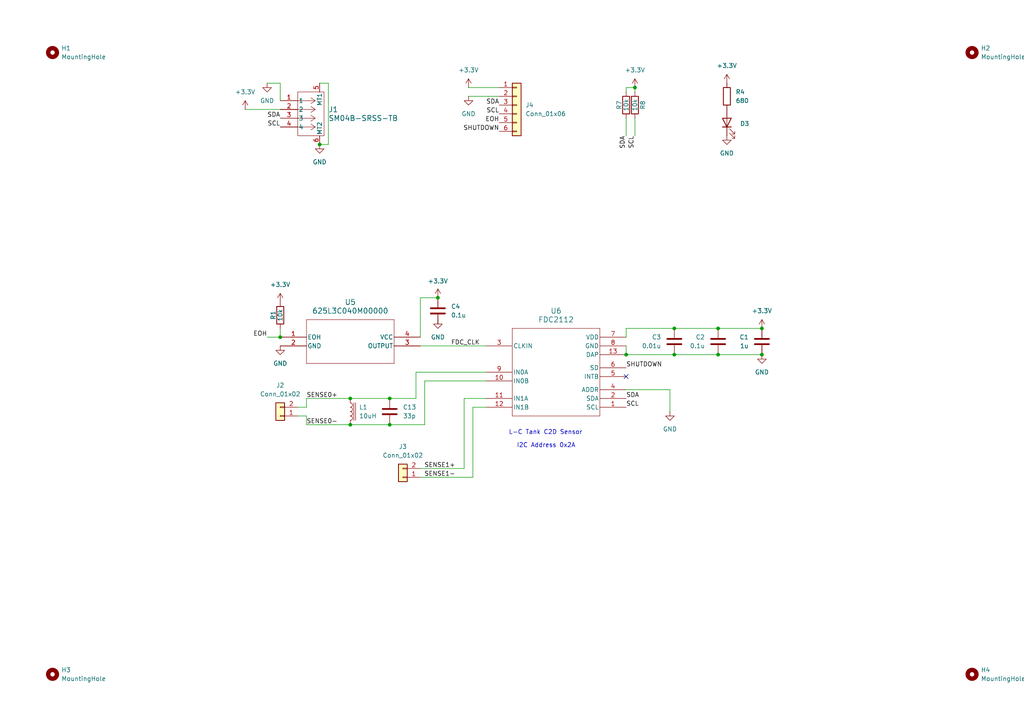
<source format=kicad_sch>
(kicad_sch (version 20250114) (generator "eeschema") (generator_version "9.0")
  (paper "A4")
  (title_block (title "Breakout for FDC2112 Capacitance-to-Digital Converter") (date "2025-09-10"))
  (lib_symbols
    (symbol "625L3C040M00000:625L3C040M00000" (pin_names (offset 0.254))
      (property "Reference" "U5" (at 20.32 10.16 0))
      (property "Value" "625L3C040M00000" (at 20.32 7.62 0))
      (symbol "625L3C040M00000_0_1"
        (polyline (pts (xy 7.62 5.08) (xy 7.62 -7.62)) (stroke (width 0.127)))
        (polyline (pts (xy 7.62 -7.62) (xy 33.02 -7.62)) (stroke (width 0.127)))
        (polyline (pts (xy 33.02 5.08) (xy 7.62 5.08)) (stroke (width 0.127)))
        (polyline (pts (xy 33.02 -7.62) (xy 33.02 5.08)) (stroke (width 0.127)))
        (pin input line (at 0 0 0) (length 7.62) (name "EOH") (number "1"))
        (pin power_out line (at 0 -2.54 0) (length 7.62) (name "GND") (number "2"))
        (pin power_in line (at 40.64 0 180) (length 7.62) (name "VCC") (number "4"))
        (pin output line (at 40.64 -2.54 180) (length 7.62) (name "OUTPUT") (number "3"))
      )
    )
    (symbol "Connector_Generic:Conn_01x02" (pin_names (offset 1.016) (hide yes))
      (property "Reference" "J" (at 0 2.54 0))
      (property "Value" "Conn_01x02" (at 0 -5.08 0))
      (symbol "Conn_01x02_1_1"
        (rectangle (start -1.27 1.27) (end 1.27 -3.81) (stroke (width 0.254)) (fill (type background)))
        (rectangle (start -1.27 0.127) (end 0 -0.127) (stroke (width 0.1524)))
        (rectangle (start -1.27 -2.413) (end 0 -2.667) (stroke (width 0.1524)))
        (pin passive line (at -5.08 0 0) (length 3.81) (name "Pin_1") (number "1"))
        (pin passive line (at -5.08 -2.54 0) (length 3.81) (name "Pin_2") (number "2"))
      )
    )
    (symbol "Connector_Generic:Conn_01x06" (pin_names (offset 1.016) (hide yes))
      (property "Reference" "J" (at 0 7.62 0))
      (property "Value" "Conn_01x06" (at 0 -10.16 0))
      (symbol "Conn_01x06_1_1"
        (rectangle (start -1.27 6.35) (end 1.27 -8.89) (stroke (width 0.254)) (fill (type background)))
        (rectangle (start -1.27 5.207) (end 0 4.953) (stroke (width 0.1524)))
        (rectangle (start -1.27 2.667) (end 0 2.413) (stroke (width 0.1524)))
        (rectangle (start -1.27 0.127) (end 0 -0.127) (stroke (width 0.1524)))
        (rectangle (start -1.27 -2.413) (end 0 -2.667) (stroke (width 0.1524)))
        (rectangle (start -1.27 -4.953) (end 0 -5.207) (stroke (width 0.1524)))
        (rectangle (start -1.27 -7.493) (end 0 -7.747) (stroke (width 0.1524)))
        (pin passive line (at -5.08 5.08 0) (length 3.81) (name "Pin_1") (number "1"))
        (pin passive line (at -5.08 2.54 0) (length 3.81) (name "Pin_2") (number "2"))
        (pin passive line (at -5.08 0 0) (length 3.81) (name "Pin_3") (number "3"))
        (pin passive line (at -5.08 -2.54 0) (length 3.81) (name "Pin_4") (number "4"))
        (pin passive line (at -5.08 -5.08 0) (length 3.81) (name "Pin_5") (number "5"))
        (pin passive line (at -5.08 -7.62 0) (length 3.81) (name "Pin_6") (number "6"))
      )
    )
    (symbol "Device:C" (pin_numbers (hide yes)) (pin_names (offset 0.254))
      (property "Reference" "C" (at 0.635 2.54 0))
      (property "Value" "C" (at 0.635 -2.54 0))
      (symbol "C_0_1"
        (polyline (pts (xy -2.032 0.762) (xy 2.032 0.762)) (stroke (width 0.508)))
        (polyline (pts (xy -2.032 -0.762) (xy 2.032 -0.762)) (stroke (width 0.508)))
      )
      (symbol "C_1_1"
        (pin passive line (at 0 3.81 270) (length 2.794) (name "~") (number "1"))
        (pin passive line (at 0 -3.81 90) (length 2.794) (name "~") (number "2"))
      )
    )
    (symbol "Device:LED" (pin_numbers (hide yes)) (pin_names (offset 1.016) (hide yes))
      (property "Reference" "D" (at 0 2.54 0))
      (property "Value" "LED" (at 0 -2.54 0))
      (symbol "LED_0_1"
        (polyline (pts (xy -3.048 -0.762) (xy -4.572 -2.286) (xy -3.81 -2.286) (xy -4.572 -2.286) (xy -4.572 -1.524)))
        (polyline (pts (xy -1.778 -0.762) (xy -3.302 -2.286) (xy -2.54 -2.286) (xy -3.302 -2.286) (xy -3.302 -1.524)))
        (polyline (pts (xy -1.27 0) (xy 1.27 0)))
        (polyline (pts (xy -1.27 -1.27) (xy -1.27 1.27)) (stroke (width 0.254)))
        (polyline (pts (xy 1.27 -1.27) (xy 1.27 1.27) (xy -1.27 0) (xy 1.27 -1.27)) (stroke (width 0.254)))
      )
      (symbol "LED_1_1"
        (pin passive line (at -3.81 0 0) (length 2.54) (name "K") (number "1"))
        (pin passive line (at 3.81 0 180) (length 2.54) (name "A") (number "2"))
      )
    )
    (symbol "Device:L_Iron" (pin_numbers (hide yes)) (pin_names (offset 1.016) (hide yes))
      (property "Reference" "L" (at -1.27 0 90))
      (property "Value" "L_Iron" (at 2.794 0 90))
      (symbol "L_Iron_0_1"
        (arc (start 0 2.54) (mid 0.6323 1.905) (end 0 1.27))
        (arc (start 0 1.27) (mid 0.6323 0.635) (end 0 0))
        (arc (start 0 0) (mid 0.6323 -0.635) (end 0 -1.27))
        (arc (start 0 -1.27) (mid 0.6323 -1.905) (end 0 -2.54))
        (polyline (pts (xy 1.016 2.54) (xy 1.016 -2.54)))
        (polyline (pts (xy 1.524 -2.54) (xy 1.524 2.54)))
      )
      (symbol "L_Iron_1_1"
        (pin passive line (at 0 3.81 270) (length 1.27) (name "1") (number "1"))
        (pin passive line (at 0 -3.81 90) (length 1.27) (name "2") (number "2"))
      )
    )
    (symbol "Device:R" (pin_numbers (hide yes)) (pin_names (offset 0))
      (property "Reference" "R" (at 2.032 0 90))
      (property "Value" "R" (at 0 0 90))
      (symbol "R_0_1"
        (rectangle (start -1.016 -2.54) (end 1.016 2.54) (stroke (width 0.254)))
      )
      (symbol "R_1_1"
        (pin passive line (at 0 3.81 270) (length 1.27) (name "~") (number "1"))
        (pin passive line (at 0 -3.81 90) (length 1.27) (name "~") (number "2"))
      )
    )
    (symbol "FDC2112:FDC2112QDNTRQ1" (pin_names (offset 0.254))
      (property "Reference" "U6" (at 20.32 10.16 0))
      (property "Value" "FDC2112" (at 20.32 7.62 0))
      (symbol "FDC2112QDNTRQ1_0_1"
        (polyline (pts (xy 7.62 5.08) (xy 7.62 -20.32)) (stroke (width 0.127)))
        (polyline (pts (xy 7.62 -20.32) (xy 33.02 -20.32)) (stroke (width 0.127)))
        (polyline (pts (xy 33.02 5.08) (xy 7.62 5.08)) (stroke (width 0.127)))
        (polyline (pts (xy 33.02 -20.32) (xy 33.02 5.08)) (stroke (width 0.127)))
        (pin input line (at 0 0 0) (length 7.62) (name "CLKIN") (number "3"))
        (pin input line (at 0 -7.62 0) (length 7.62) (name "IN0A") (number "9"))
        (pin input line (at 0 -10.16 0) (length 7.62) (name "IN0B") (number "10"))
        (pin input line (at 0 -15.24 0) (length 7.62) (name "IN1A") (number "11"))
        (pin input line (at 0 -17.78 0) (length 7.62) (name "IN1B") (number "12"))
        (pin power_in line (at 40.64 2.54 180) (length 7.62) (name "VDD") (number "7"))
        (pin power_in line (at 40.64 0 180) (length 7.62) (name "GND") (number "8"))
        (pin power_in line (at 40.64 -2.54 180) (length 7.62) (name "DAP") (number "13"))
        (pin input line (at 40.64 -6.35 180) (length 7.62) (name "SD") (number "6"))
        (pin output line (at 40.64 -8.89 180) (length 7.62) (name "INTB") (number "5"))
        (pin input line (at 40.64 -12.7 180) (length 7.62) (name "ADDR") (number "4"))
        (pin bidirectional line (at 40.64 -15.24 180) (length 7.62) (name "SDA") (number "2"))
        (pin input line (at 40.64 -17.78 180) (length 7.62) (name "SCL") (number "1"))
      )
    )
    (symbol "Mechanical:MountingHole" (pin_names (offset 1.016)) (in_bom no)
      (property "Reference" "H" (at 0 5.08 0))
      (property "Value" "MountingHole" (at 0 3.175 0))
      (symbol "MountingHole_0_1"
        (circle (center 0 0) (radius 1.27) (stroke (width 1.27)))
      )
    )
    (symbol "SM04B_SRSS_TB:SM04B-SRSS-TB" (pin_names (offset 0.254))
      (property "Reference" "J1" (at 13.97 -2.5399 0))
      (property "Value" "SM04B-SRSS-TB" (at 13.97 -5.0799 0))
      (symbol "SM04B-SRSS-TB_1_1"
        (polyline (pts (xy 5.08 2.54) (xy 5.08 -10.16)) (stroke (width 0.127)))
        (polyline (pts (xy 5.08 -10.16) (xy 12.7 -10.16)) (stroke (width 0.127)))
        (polyline (pts (xy 10.16 0) (xy 5.08 0)) (stroke (width 0.127)))
        (polyline (pts (xy 10.16 0) (xy 8.89 0.8467)) (stroke (width 0.127)))
        (polyline (pts (xy 10.16 0) (xy 8.89 -0.8467)) (stroke (width 0.127)))
        (polyline (pts (xy 10.16 -2.54) (xy 5.08 -2.54)) (stroke (width 0.127)))
        (polyline (pts (xy 10.16 -2.54) (xy 8.89 -1.6933)) (stroke (width 0.127)))
        (polyline (pts (xy 10.16 -2.54) (xy 8.89 -3.3867)) (stroke (width 0.127)))
        (polyline (pts (xy 10.16 -5.08) (xy 5.08 -5.08)) (stroke (width 0.127)))
        (polyline (pts (xy 10.16 -5.08) (xy 8.89 -4.2333)) (stroke (width 0.127)))
        (polyline (pts (xy 10.16 -5.08) (xy 8.89 -5.9267)) (stroke (width 0.127)))
        (polyline (pts (xy 10.16 -7.62) (xy 5.08 -7.62)) (stroke (width 0.127)))
        (polyline (pts (xy 10.16 -7.62) (xy 8.89 -6.7733)) (stroke (width 0.127)))
        (polyline (pts (xy 10.16 -7.62) (xy 8.89 -8.4667)) (stroke (width 0.127)))
        (polyline (pts (xy 12.7 2.54) (xy 5.08 2.54)) (stroke (width 0.127)))
        (polyline (pts (xy 12.7 -10.16) (xy 12.7 2.54)) (stroke (width 0.127)))
        (pin power_in line (at 0 0 0) (length 5.08) (name "1") (number "1"))
        (pin power_out line (at 0 -2.54 0) (length 5.08) (name "2") (number "2"))
        (pin bidirectional line (at 0 -5.08 0) (length 5.08) (name "3") (number "3"))
        (pin output line (at 0 -7.62 0) (length 5.08) (name "4") (number "4"))
        (pin passive line (at 11.43 5.08 270) (length 2.54) (name "MT1") (number "5"))
        (pin passive line (at 11.43 -12.7 90) (length 2.54) (name "MT2") (number "6"))
      )
      (symbol "SM04B-SRSS-TB_1_2"
        (polyline (pts (xy 5.08 2.54) (xy 5.08 -10.16)) (stroke (width 0.127)))
        (polyline (pts (xy 5.08 -10.16) (xy 12.7 -10.16)) (stroke (width 0.127)))
        (polyline (pts (xy 7.62 0) (xy 5.08 0)) (stroke (width 0.127)))
        (polyline (pts (xy 7.62 0) (xy 8.89 0.8467)) (stroke (width 0.127)))
        (polyline (pts (xy 7.62 0) (xy 8.89 -0.8467)) (stroke (width 0.127)))
        (polyline (pts (xy 7.62 -2.54) (xy 5.08 -2.54)) (stroke (width 0.127)))
        (polyline (pts (xy 7.62 -2.54) (xy 8.89 -1.6933)) (stroke (width 0.127)))
        (polyline (pts (xy 7.62 -2.54) (xy 8.89 -3.3867)) (stroke (width 0.127)))
        (polyline (pts (xy 7.62 -5.08) (xy 5.08 -5.08)) (stroke (width 0.127)))
        (polyline (pts (xy 7.62 -5.08) (xy 8.89 -4.2333)) (stroke (width 0.127)))
        (polyline (pts (xy 7.62 -5.08) (xy 8.89 -5.9267)) (stroke (width 0.127)))
        (polyline (pts (xy 7.62 -7.62) (xy 5.08 -7.62)) (stroke (width 0.127)))
        (polyline (pts (xy 7.62 -7.62) (xy 8.89 -6.7733)) (stroke (width 0.127)))
        (polyline (pts (xy 7.62 -7.62) (xy 8.89 -8.4667)) (stroke (width 0.127)))
        (polyline (pts (xy 12.7 2.54) (xy 5.08 2.54)) (stroke (width 0.127)))
        (polyline (pts (xy 12.7 -10.16) (xy 12.7 2.54)) (stroke (width 0.127)))
        (pin unspecified line (at 0 0 0) (length 5.08) (name "1") (number "1"))
        (pin unspecified line (at 0 -2.54 0) (length 5.08) (name "2") (number "2"))
        (pin unspecified line (at 0 -5.08 0) (length 5.08) (name "3") (number "3"))
        (pin unspecified line (at 0 -7.62 0) (length 5.08) (name "4") (number "4"))
      )
    )
    (symbol "power:+3.3V" (power) (pin_numbers (hide yes)) (pin_names (offset 0) (hide yes))
      (property "Value" "+3.3V" (at 0 3.556 0))
      (symbol "+3.3V_0_1"
        (polyline (pts (xy -0.762 1.27) (xy 0 2.54)))
        (polyline (pts (xy 0 2.54) (xy 0.762 1.27)))
        (polyline (pts (xy 0 0) (xy 0 2.54)))
      )
      (symbol "+3.3V_1_1"
        (pin power_in line (at 0 0 90) (length 0) (name "~") (number "1"))
      )
    )
    (symbol "power:+3V3" (power) (pin_numbers (hide yes)) (pin_names (offset 0) (hide yes))
      (property "Value" "+3V3" (at 0 3.556 0))
      (symbol "+3V3_0_1"
        (polyline (pts (xy -0.762 1.27) (xy 0 2.54)))
        (polyline (pts (xy 0 2.54) (xy 0.762 1.27)))
        (polyline (pts (xy 0 0) (xy 0 2.54)))
      )
      (symbol "+3V3_1_1"
        (pin power_in line (at 0 0 90) (length 0) (name "~") (number "1"))
      )
    )
    (symbol "power:GND" (power) (pin_numbers (hide yes)) (pin_names (offset 0) (hide yes))
      (property "Value" "GND" (at 0 -3.81 0))
      (symbol "GND_0_1"
        (polyline (pts (xy 0 0) (xy 0 -1.27) (xy 1.27 -1.27) (xy 0 -2.54) (xy -1.27 -1.27) (xy 0 -1.27)))
      )
      (symbol "GND_1_1"
        (pin power_in line (at 0 0 270) (length 0) (name "~") (number "1"))
      )
    )
  )
  (text "L-C Tank C2D Sensor" (at 158.242 125.476 0) (effects (font (size 1.27 1.27))))
  (text "I2C Address 0x2A" (at 149.86 128.524 0) (effects (font (size 1.27 1.27)) (justify left top)))
  (junction (at 184.15 25.4))
  (junction (at 113.03 123.19))
  (junction (at 101.6 123.19))
  (junction (at 113.03 115.57))
  (junction (at 127 86.36))
  (junction (at 195.58 95.25))
  (junction (at 220.98 95.25))
  (junction (at 81.28 97.79))
  (junction (at 195.58 102.87))
  (junction (at 208.28 95.25))
  (junction (at 208.28 102.87))
  (junction (at 181.61 102.87))
  (junction (at 220.98 102.87))
  (junction (at 101.6 115.57))
  (junction (at 92.71 41.91))
  (no_connect (at 181.61 109.22))
  (wire (pts (xy 220.98 102.87) (xy 208.28 102.87)))
  (wire (pts (xy 88.9 123.19) (xy 101.6 123.19)))
  (wire (pts (xy 113.03 123.19) (xy 123.19 123.19)))
  (wire (pts (xy 127 92.71) (xy 127 93.98)))
  (wire (pts (xy 86.36 118.11) (xy 88.9 118.11)))
  (wire (pts (xy 88.9 115.57) (xy 101.6 115.57)))
  (wire (pts (xy 184.15 26.67) (xy 184.15 25.4)))
  (wire (pts (xy 220.98 95.25) (xy 208.28 95.25)))
  (wire (pts (xy 134.62 115.57) (xy 140.97 115.57)))
  (wire (pts (xy 88.9 118.11) (xy 88.9 115.57)))
  (wire (pts (xy 181.61 25.4) (xy 184.15 25.4)))
  (wire (pts (xy 137.16 118.11) (xy 140.97 118.11)))
  (wire (pts (xy 140.97 110.49) (xy 123.19 110.49)))
  (wire (pts (xy 101.6 123.19) (xy 113.03 123.19)))
  (wire (pts (xy 181.61 34.29) (xy 181.61 39.37)))
  (wire (pts (xy 71.12 31.75) (xy 81.28 31.75)))
  (wire (pts (xy 86.36 120.65) (xy 88.9 120.65)))
  (wire (pts (xy 121.92 100.33) (xy 140.97 100.33)))
  (wire (pts (xy 137.16 138.43) (xy 137.16 118.11)))
  (wire (pts (xy 121.92 138.43) (xy 137.16 138.43)))
  (wire (pts (xy 181.61 26.67) (xy 181.61 25.4)))
  (wire (pts (xy 81.28 95.25) (xy 81.28 97.79)))
  (wire (pts (xy 144.78 27.94) (xy 135.89 27.94)))
  (wire (pts (xy 121.92 135.89) (xy 134.62 135.89)))
  (wire (pts (xy 134.62 135.89) (xy 134.62 115.57)))
  (wire (pts (xy 121.92 86.36) (xy 121.92 97.79)))
  (wire (pts (xy 181.61 100.33) (xy 181.61 102.87)))
  (wire (pts (xy 184.15 34.29) (xy 184.15 39.37)))
  (wire (pts (xy 95.25 24.13) (xy 95.25 41.91)))
  (wire (pts (xy 95.25 41.91) (xy 92.71 41.91)))
  (wire (pts (xy 81.28 24.13) (xy 81.28 29.21)))
  (wire (pts (xy 181.61 97.79) (xy 181.61 95.25)))
  (wire (pts (xy 181.61 113.03) (xy 194.31 113.03)))
  (wire (pts (xy 77.47 24.13) (xy 81.28 24.13)))
  (wire (pts (xy 120.65 107.95) (xy 140.97 107.95)))
  (wire (pts (xy 123.19 110.49) (xy 123.19 123.19)))
  (wire (pts (xy 92.71 24.13) (xy 95.25 24.13)))
  (wire (pts (xy 181.61 102.87) (xy 195.58 102.87)))
  (wire (pts (xy 113.03 115.57) (xy 120.65 115.57)))
  (wire (pts (xy 208.28 102.87) (xy 195.58 102.87)))
  (wire (pts (xy 101.6 115.57) (xy 113.03 115.57)))
  (wire (pts (xy 195.58 95.25) (xy 181.61 95.25)))
  (wire (pts (xy 88.9 120.65) (xy 88.9 123.19)))
  (wire (pts (xy 127 86.36) (xy 121.92 86.36)))
  (wire (pts (xy 77.47 97.79) (xy 81.28 97.79)))
  (wire (pts (xy 135.89 25.4) (xy 144.78 25.4)))
  (wire (pts (xy 120.65 115.57) (xy 120.65 107.95)))
  (wire (pts (xy 194.31 113.03) (xy 194.31 119.38)))
  (wire (pts (xy 208.28 95.25) (xy 195.58 95.25)))
  (label "EOH" (at 144.78 35.56 180))
  (label "SCL" (at 81.28 36.83 180))
  (label "SDA" (at 144.78 30.48 180))
  (label "SCL" (at 181.61 118.11 0))
  (label "SCL" (at 184.15 39.37 270))
  (label "SHUTDOWN" (at 181.61 106.68 0))
  (label "EOH" (at 77.47 97.79 180))
  (label "FDC_CLK" (at 130.81 100.33 0))
  (label "SENSE0+" (at 88.9 115.57 0))
  (label "SENSE1-" (at 132.08 138.43 180))
  (label "SENSE0-" (at 88.9 123.19 0))
  (label "SENSE1+" (at 132.08 135.89 180))
  (label "SHUTDOWN" (at 144.78 38.1 180))
  (label "SDA" (at 81.28 34.29 180))
  (label "SCL" (at 144.78 33.02 180))
  (label "SDA" (at 181.61 39.37 270))
  (label "SDA" (at 181.61 115.57 0))
  (symbol (lib_id "Device:C") (at 127 90.17 0) (unit 1)
    (property "Reference" "C4" (at 130.81 88.8999 0) (effects (justify left)))
    (property "Value" "0.1u" (at 130.81 91.4399 0) (effects (justify left)))
    (property "Footprint" "Capacitor_SMD:C_0603_1608Metric" (effects (hide yes)))
    (property "Description" "Unpolarized capacitor" (effects (hide yes)))
    (property "Digikey Part Number" "490-5798-1-ND" (effects (hide yes)))
  )
  (symbol (lib_id "power:GND") (at 210.82 39.37 0) (unit 1)
    (property "Reference" "#PWR08" (effects (hide yes)))
    (property "Value" "GND" (at 210.82 44.45 0))
    (property "Description" "Power symbol creates a global label with name \"GND\" , ground" (effects (hide yes)))
  )
  (symbol (lib_id "power:GND") (at 92.71 41.91 0) (unit 1)
    (property "Reference" "#PWR07" (effects (hide yes)))
    (property "Value" "GND" (at 92.71 46.99 0))
    (property "Description" "Power symbol creates a global label with name \"GND\" , ground" (effects (hide yes)))
  )
  (symbol (lib_id "power:+3V3") (at 71.12 31.75 0) (unit 1)
    (property "Reference" "#PWR01" (effects (hide yes)))
    (property "Value" "+3.3V" (at 71.12 26.67 0))
    (property "Description" "Power symbol creates a global label with name \"+3V3\"" (effects (hide yes)))
  )
  (symbol (lib_id "FDC2112:FDC2112QDNTRQ1") (at 140.97 100.33 0) (unit 1)
    (property "Reference" "U6" (at 161.29 90.17 0) (effects (font (size 1.524 1.524))))
    (property "Value" "FDC2112" (at 161.29 92.71 0) (effects (font (size 1.524 1.524))))
    (property "Footprint" "FDC2112:DNT0012B_TEX" (effects (hide yes)))
    (property "Datasheet" "https://www.ti.com/lit/gpn/fdc2112-q1" (effects (hide yes)))
    (property "Description" "Capacitive Touch Proximity Only 12-WSON (4x4)" (effects (hide yes)))
    (property "Part Number" "FDC2112QDNTRQ1" (effects (hide yes)))
    (property "Digikey Part Number" "296-44560-1-ND" (effects (hide yes)))
  )
  (symbol (lib_id "power:GND") (at 194.31 119.38 0) (unit 1)
    (property "Reference" "#PWR027" (effects (hide yes)))
    (property "Value" "GND" (at 194.31 124.46 0))
    (property "Description" "Power symbol creates a global label with name \"GND\" , ground" (effects (hide yes)))
  )
  (symbol (lib_id "Device:C") (at 220.98 99.06 0) (mirror y) (unit 1)
    (property "Reference" "C1" (at 217.17 97.7899 0) (effects (justify left)))
    (property "Value" "1u" (at 217.17 100.3299 0) (effects (justify left)))
    (property "Footprint" "Capacitor_SMD:C_0603_1608Metric" (effects (hide yes)))
    (property "Description" "Unpolarized capacitor" (effects (hide yes)))
  )
  (symbol (lib_id "Device:R") (at 184.15 30.48 0) (unit 1)
    (property "Reference" "R8" (at 186.436 30.48 90))
    (property "Value" "10k" (at 184.15 30.48 90))
    (property "Footprint" "Resistor_SMD:R_0603_1608Metric" (effects (hide yes)))
    (property "Description" "Resistor" (effects (hide yes)))
    (property "Digikey Part Number" "311-10.0KHRCT-ND" (effects (hide yes)))
  )
  (symbol (lib_id "Device:L_Iron") (at 101.6 119.38 0) (unit 1)
    (property "Reference" "L1" (at 104.14 118.1099 0) (effects (justify left)))
    (property "Value" "10uH" (at 104.14 120.65 0) (effects (justify left)))
    (property "Footprint" "Inductor_SMD:L_1210_3225Metric" (effects (hide yes)))
    (property "Description" "10 µH Shielded Drum Core, Wirewound Inductor 150 mA 2.1Ohm Max 1210 (3225 Metric)" (effects (hide yes)))
    (property "Digikey Part Number" "118-CMH322522-100KLCT-ND" (effects (hide yes)))
  )
  (symbol (lib_id "Connector_Generic:Conn_01x02") (at 81.28 120.65 180) (unit 1)
    (property "Reference" "J2" (at 81.28 111.76 0))
    (property "Value" "Conn_01x02" (at 81.28 114.3 0))
    (property "Footprint" "Connector_PinHeader_2.54mm:PinHeader_1x02_P2.54mm_Vertical" (effects (hide yes)))
    (property "Description" "Generic connector, single row, 01x02, script generated (kicad-library-utils/schlib/autogen/connector/)" (effects (hide yes)))
  )
  (symbol (lib_id "power:+3.3V") (at 81.28 87.63 0) (unit 1)
    (property "Reference" "#PWR03" (effects (hide yes)))
    (property "Value" "+3.3V" (at 81.28 82.55 0))
    (property "Description" "Power symbol creates a global label with name \"+3.3V\"" (effects (hide yes)))
  )
  (symbol (lib_id "Device:C") (at 113.03 119.38 0) (unit 1)
    (property "Reference" "C13" (at 116.84 118.1099 0) (effects (justify left)))
    (property "Value" "33p" (at 116.84 120.6499 0) (effects (justify left)))
    (property "Footprint" "Capacitor_SMD:C_0603_1608Metric" (effects (hide yes)))
    (property "Description" "Unpolarized capacitor" (effects (hide yes)))
    (property "Digikey Part Number" "490-16409-1-ND" (effects (hide yes)))
  )
  (symbol (lib_id "SM04B_SRSS_TB:SM04B-SRSS-TB") (at 81.28 29.21 0) (unit 1)
    (property "Reference" "J1" (at 95.25 31.7499 0) (effects (font (size 1.524 1.524)) (justify left)))
    (property "Value" "SM04B-SRSS-TB" (at 95.25 34.2899 0) (effects (font (size 1.524 1.524)) (justify left)))
    (property "Footprint" "SM04B_SRSS_TB:CONN_SM04B-SRSS-TB_JST" (effects (hide yes)))
    (property "Datasheet" "SM04B-SRSS-TB" (effects (hide yes)))
  )
  (symbol (lib_id "Device:C") (at 208.28 99.06 0) (mirror y) (unit 1)
    (property "Reference" "C2" (at 204.47 97.7899 0) (effects (justify left)))
    (property "Value" "0.1u" (at 204.47 100.3299 0) (effects (justify left)))
    (property "Footprint" "Capacitor_SMD:C_0603_1608Metric" (effects (hide yes)))
    (property "Description" "Unpolarized capacitor" (effects (hide yes)))
    (property "Digikey Part Number" "490-5798-1-ND" (effects (hide yes)))
  )
  (symbol (lib_id "Mechanical:MountingHole") (at 15.24 15.24 0) (unit 1) (in_bom no)
    (property "Reference" "H1" (at 17.78 13.9699 0) (effects (justify left)))
    (property "Value" "MountingHole" (at 17.78 16.5099 0) (effects (justify left)))
    (property "Footprint" "MountingHoleCompact:MountingHole_2.5mm_Plated" (effects (hide yes)))
    (property "Description" "Mounting Hole without connection" (effects (hide yes)))
  )
  (symbol (lib_id "Connector_Generic:Conn_01x02") (at 116.84 138.43 180) (unit 1)
    (property "Reference" "J3" (at 116.84 129.54 0))
    (property "Value" "Conn_01x02" (at 116.84 132.08 0))
    (property "Footprint" "Connector_PinHeader_2.54mm:PinHeader_1x02_P2.54mm_Vertical" (effects (hide yes)))
    (property "Description" "Generic connector, single row, 01x02, script generated (kicad-library-utils/schlib/autogen/connector/)" (effects (hide yes)))
  )
  (symbol (lib_id "power:+3.3V") (at 220.98 95.25 0) (mirror y) (unit 1)
    (property "Reference" "#PWR016" (effects (hide yes)))
    (property "Value" "+3.3V" (at 220.98 90.17 0))
    (property "Description" "Power symbol creates a global label with name \"+3.3V\"" (effects (hide yes)))
  )
  (symbol (lib_id "Device:C") (at 195.58 99.06 0) (mirror y) (unit 1)
    (property "Reference" "C3" (at 191.77 97.7899 0) (effects (justify left)))
    (property "Value" "0.01u" (at 191.77 100.3299 0) (effects (justify left)))
    (property "Footprint" "Capacitor_SMD:C_0603_1608Metric" (effects (hide yes)))
    (property "Description" "Unpolarized capacitor" (effects (hide yes)))
    (property "Digikey Part Number" "490-4781-1-ND" (effects (hide yes)))
  )
  (symbol (lib_id "Mechanical:MountingHole") (at 15.24 195.58 0) (unit 1) (in_bom no)
    (property "Reference" "H3" (at 17.78 194.3099 0) (effects (justify left)))
    (property "Value" "MountingHole" (at 17.78 196.8499 0) (effects (justify left)))
    (property "Footprint" "MountingHoleCompact:MountingHole_2.5mm_Plated" (effects (hide yes)))
    (property "Description" "Mounting Hole without connection" (effects (hide yes)))
  )
  (symbol (lib_id "power:+3.3V") (at 135.89 25.4 0) (mirror y) (unit 1)
    (property "Reference" "#PWR05" (effects (hide yes)))
    (property "Value" "+3.3V" (at 135.89 20.32 0))
    (property "Description" "Power symbol creates a global label with name \"+3.3V\"" (effects (hide yes)))
  )
  (symbol (lib_id "power:GND") (at 220.98 102.87 0) (mirror y) (unit 1)
    (property "Reference" "#PWR018" (effects (hide yes)))
    (property "Value" "GND" (at 220.98 107.95 0))
    (property "Description" "Power symbol creates a global label with name \"GND\" , ground" (effects (hide yes)))
  )
  (symbol (lib_id "Device:R") (at 181.61 30.48 0) (unit 1)
    (property "Reference" "R7" (at 179.578 30.48 90))
    (property "Value" "10k" (at 181.61 30.48 90))
    (property "Footprint" "Resistor_SMD:R_0603_1608Metric" (effects (hide yes)))
    (property "Description" "Resistor" (effects (hide yes)))
    (property "Digikey Part Number" "311-10.0KHRCT-ND" (effects (hide yes)))
  )
  (symbol (lib_id "Mechanical:MountingHole") (at 281.94 195.58 0) (unit 1) (in_bom no)
    (property "Reference" "H4" (at 284.48 194.3099 0) (effects (justify left)))
    (property "Value" "MountingHole" (at 284.48 196.8499 0) (effects (justify left)))
    (property "Footprint" "MountingHoleCompact:MountingHole_2.5mm_Plated" (effects (hide yes)))
    (property "Description" "Mounting Hole without connection" (effects (hide yes)))
  )
  (symbol (lib_id "power:GND") (at 127 92.71 0) (unit 1)
    (property "Reference" "#PWR022" (effects (hide yes)))
    (property "Value" "GND" (at 127 97.79 0))
    (property "Description" "Power symbol creates a global label with name \"GND\" , ground" (effects (hide yes)))
  )
  (symbol (lib_id "power:GND") (at 135.89 27.94 0) (mirror y) (unit 1)
    (property "Reference" "#PWR06" (effects (hide yes)))
    (property "Value" "GND" (at 135.89 33.02 0))
    (property "Description" "Power symbol creates a global label with name \"GND\" , ground" (effects (hide yes)))
  )
  (symbol (lib_id "Device:R") (at 81.28 91.44 0) (unit 1)
    (property "Reference" "R1" (at 79.248 91.44 90))
    (property "Value" "10k" (at 81.28 91.44 90))
    (property "Footprint" "Resistor_SMD:R_0603_1608Metric" (effects (hide yes)))
    (property "Description" "Resistor" (effects (hide yes)))
    (property "Digikey Part Number" "311-10.0KHRCT-ND" (effects (hide yes)))
  )
  (symbol (lib_id "power:+3V3") (at 210.82 24.13 0) (unit 1)
    (property "Reference" "#PWR04" (effects (hide yes)))
    (property "Value" "+3.3V" (at 210.82 19.05 0))
    (property "Description" "Power symbol creates a global label with name \"+3V3\"" (effects (hide yes)))
  )
  (symbol (lib_id "power:GND") (at 81.28 100.33 0) (unit 1)
    (property "Reference" "#PWR026" (effects (hide yes)))
    (property "Value" "GND" (at 81.28 105.41 0))
    (property "Description" "Power symbol creates a global label with name \"GND\" , ground" (effects (hide yes)))
  )
  (symbol (lib_id "Device:LED") (at 210.82 35.56 90) (unit 1)
    (property "Reference" "D3" (at 214.63 35.8774 90) (effects (justify right)))
    (property "Value" "PWRLED" (effects (hide yes)))
    (property "Footprint" "LED_SMD:LED_0603_1608Metric" (effects (hide yes)))
    (property "Description" "Light emitting diode" (effects (hide yes)))
    (property "Sim.Pins" "1=K 2=A" (effects (hide yes)))
  )
  (symbol (lib_id "625L3C040M00000:625L3C040M00000") (at 81.28 97.79 0) (unit 1)
    (property "Reference" "U5" (at 101.6 87.63 0) (effects (font (size 1.524 1.524))))
    (property "Value" "625L3C040M00000" (at 101.6 90.17 0) (effects (font (size 1.524 1.524))))
    (property "Footprint" "625L3C040M00000:IC_625L3C040M00000_CTS" (effects (hide yes)))
    (property "Datasheet" "https://www.ctscorp.com/Files/DataSheets/Passives/FCP/Clock-Oscillators/clock-ocillators-625-datasheet.pdf" (effects (hide yes)))
    (property "Description" "XTAL OSC XO 40.0000MHZ CMOS SMD" (effects (hide yes)))
    (property "Digikey Part Number" "110-625L3C040M00000CT-ND" (effects (hide yes)))
    (property "Manufacturer" "CTS-Frequency Controls" (effects (hide yes)))
  )
  (symbol (lib_id "power:+3.3V") (at 184.15 25.4 0) (unit 1)
    (property "Reference" "#PWR010" (effects (hide yes)))
    (property "Value" "+3.3V" (at 184.15 20.32 0))
    (property "Description" "Power symbol creates a global label with name \"+3.3V\"" (effects (hide yes)))
  )
  (symbol (lib_id "power:GND") (at 77.47 24.13 0) (unit 1)
    (property "Reference" "#PWR02" (effects (hide yes)))
    (property "Value" "GND" (at 77.47 29.21 0))
    (property "Description" "Power symbol creates a global label with name \"GND\" , ground" (effects (hide yes)))
  )
  (symbol (lib_id "power:+3.3V") (at 127 86.36 0) (unit 1)
    (property "Reference" "#PWR020" (effects (hide yes)))
    (property "Value" "+3.3V" (at 127 81.534 0))
    (property "Description" "Power symbol creates a global label with name \"+3.3V\"" (effects (hide yes)))
  )
  (symbol (lib_id "Device:R") (at 210.82 27.94 0) (unit 1)
    (property "Reference" "R4" (at 213.36 26.6699 0) (effects (justify left)))
    (property "Value" "680" (at 213.36 29.2099 0) (effects (justify left)))
    (property "Footprint" "Resistor_SMD:R_0603_1608Metric" (effects (hide yes)))
    (property "Description" "Resistor" (effects (hide yes)))
  )
  (symbol (lib_id "Connector_Generic:Conn_01x06") (at 149.86 30.48 0) (unit 1)
    (property "Reference" "J4" (at 152.4 30.4799 0) (effects (justify left)))
    (property "Value" "Conn_01x06" (at 152.4 33.0199 0) (effects (justify left)))
    (property "Footprint" "Connector_PinHeader_2.54mm:PinHeader_1x06_P2.54mm_Vertical" (effects (hide yes)))
    (property "Description" "Generic connector, single row, 01x06, script generated (kicad-library-utils/schlib/autogen/connector/)" (effects (hide yes)))
  )
  (symbol (lib_id "Mechanical:MountingHole") (at 281.94 15.24 0) (unit 1) (in_bom no)
    (property "Reference" "H2" (at 284.48 13.9699 0) (effects (justify left)))
    (property "Value" "MountingHole" (at 284.48 16.5099 0) (effects (justify left)))
    (property "Footprint" "MountingHoleCompact:MountingHole_2.5mm_Plated" (effects (hide yes)))
    (property "Description" "Mounting Hole without connection" (effects (hide yes)))
  )
)
</source>
